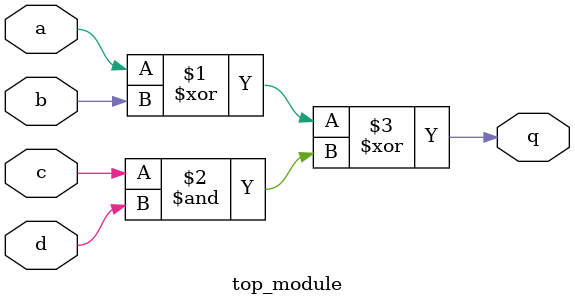
<source format=sv>
module top_module (
    input a, 
    input b, 
    input c, 
    input d, 
    output q
);

    assign q = (a ^ b) ^ (c & d);

endmodule

</source>
